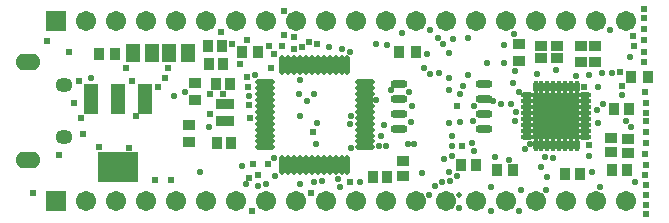
<source format=gbs>
%FSTAX23Y23*%
%MOIN*%
%SFA1B1*%

%IPPOS*%
%ADD36R,0.035600X0.043400*%
%ADD37R,0.041500X0.037500*%
%ADD41R,0.043400X0.035600*%
%ADD42R,0.037500X0.041500*%
%ADD54R,0.067100X0.067100*%
%ADD55C,0.067100*%
%ADD56O,0.082800X0.055200*%
%ADD57O,0.057200X0.049300*%
%ADD58C,0.023200*%
%ADD59C,0.023700*%
%ADD60C,0.019800*%
%ADD61C,0.027700*%
%ADD94O,0.019800X0.065100*%
%ADD95O,0.065100X0.019800*%
%ADD96O,0.057200X0.029700*%
%ADD97R,0.035600X0.039500*%
%ADD98R,0.039500X0.035600*%
%ADD99R,0.153700X0.153700*%
%ADD100O,0.017800X0.043400*%
%ADD101O,0.043400X0.017800*%
%ADD102R,0.045400X0.061100*%
%ADD103R,0.137900X0.102500*%
%ADD104R,0.047400X0.102500*%
%ADD105R,0.063100X0.037500*%
%LNpcb1-1*%
%LPD*%
G54D36*
X01447Y00613D03*
X01392D03*
X0222Y00528D03*
X02165D03*
X00921Y00611D03*
X00866D03*
X00445Y00607D03*
X0039D03*
G54D37*
X01864Y00591D03*
X01917D03*
X01864Y00633D03*
X01917D03*
X01403Y00249D03*
Y00198D03*
G54D41*
X01996Y00578D03*
Y00633D03*
X02044Y00578D03*
Y00633D03*
X01789Y00639D03*
Y00583D03*
X00711Y00508D03*
Y00453D03*
X00692Y00314D03*
Y00369D03*
G54D42*
X01995Y00207D03*
X01944D03*
X01769Y00218D03*
X01718D03*
X01597Y00237D03*
X01648D03*
X02157Y00421D03*
X02106D03*
X02151Y00218D03*
X021D03*
G54D54*
X00246Y00116D03*
Y00716D03*
G54D55*
X00346Y00116D03*
X00446D03*
X00546D03*
X00646D03*
X00746D03*
X00846D03*
X00946D03*
X01046D03*
X01146D03*
X01246D03*
X01346D03*
X01446D03*
X01546D03*
X01646D03*
X01746D03*
X01846D03*
X01946D03*
X02046D03*
X02146D03*
X00346Y00716D03*
X00446D03*
X00546D03*
X00646D03*
X00746D03*
X00846D03*
X00946D03*
X01046D03*
X01146D03*
X01246D03*
X01346D03*
X01446D03*
X01546D03*
X01646D03*
X01746D03*
X01846D03*
X01946D03*
X02046D03*
X02146D03*
G54D56*
X00155Y0058D03*
Y00251D03*
G54D57*
X00273Y00328D03*
Y00503D03*
G54D58*
X01879Y00153D03*
X01231Y00399D03*
X01778Y00383D03*
X01779Y00413D03*
X01621Y00537D03*
X01603Y005D03*
X01557Y00485D03*
X00911Y00537D03*
X00975Y00259D03*
X01363Y00486D03*
X01315Y00452D03*
X01429Y00379D03*
X01348Y00298D03*
X01323Y00298D03*
X0133Y00332D03*
X01228Y00372D03*
X01342Y00369D03*
X01158Y00628D03*
X012Y00622D03*
X01228Y00611D03*
X01468Y00209D03*
X01758Y00254D03*
X01712Y00262D03*
X00866Y00234D03*
X00363Y00526D03*
X02159Y00595D03*
X01187Y00189D03*
X01134Y00183D03*
X01229Y00293D03*
X01421Y00306D03*
X01522Y00659D03*
X01538Y00639D03*
X0157Y00656D03*
X01621Y00658D03*
X01557Y0061D03*
X01524Y00542D03*
X01483Y00607D03*
X01475Y00559D03*
X01424Y0048D03*
X01433Y00434D03*
X01558Y00526D03*
X01684Y00576D03*
X01494Y0054D03*
X01593Y00471D03*
X01593Y00378D03*
X0164Y00431D03*
X01741Y00636D03*
X01494Y00686D03*
X00758Y00362D03*
X0151Y00167D03*
X0154Y00257D03*
X0149Y00137D03*
X01535Y00179D03*
X01561Y00184D03*
X01556Y00211D03*
X01567Y00267D03*
X01635Y00309D03*
X01566Y00298D03*
Y00332D03*
X01639Y00283D03*
X01729Y00438D03*
X01704Y0045D03*
X01765Y0044D03*
X0179Y00479D03*
X01772Y0051D03*
X01637Y00383D03*
X02025Y00537D03*
X02054Y00496D03*
X02099Y00541D03*
X01865Y00228D03*
X01883Y00195D03*
X01904Y00259D03*
X01877Y00262D03*
X02024Y00265D03*
X0159Y00093D03*
X01696Y00162D03*
X01739Y00576D03*
X01059Y00519D03*
X01194Y00163D03*
X01811Y00289D03*
X01108Y00472D03*
X01798Y00153D03*
X01584Y002D03*
X01106Y00178D03*
X01261Y00179D03*
X01062Y004D03*
X01442Y00305D03*
X00676Y00479D03*
X0064Y00465D03*
X02071Y00439D03*
X02135Y0047D03*
X02163Y00361D03*
X01774Y00674D03*
X01982Y00534D03*
X01776Y00548D03*
X02052Y00419D03*
X01913Y00554D03*
X01557Y00375D03*
X01402Y00675D03*
X01351Y00635D03*
X01113Y00307D03*
X01057Y00474D03*
X01084Y00448D03*
X02035Y00214D03*
X02061Y00163D03*
X02054Y00375D03*
X00881Y00172D03*
X00948Y00173D03*
X00922Y00165D03*
X00978Y00199D03*
X01313Y00638D03*
X01117Y00375D03*
X02176Y0018D03*
X02094Y00687D03*
X02068Y00543D03*
X0185Y00538D03*
X01828Y00306D03*
X02146Y00383D03*
X01792Y00081D03*
X01696D03*
X0106Y00172D03*
X00728Y00214D03*
X00891Y00466D03*
G54D59*
X01042Y00621D03*
X00883Y0053D03*
X0109Y00646D03*
X01118Y00638D03*
X01002Y00631D03*
X00974Y00607D03*
X00955Y00238D03*
X00905Y00238D03*
X0063Y00185D03*
X00307Y00441D03*
X01583Y00431D03*
X00501Y00516D03*
X00886Y00495D03*
X00804Y00472D03*
X01602Y00299D03*
X01226Y00179D03*
X01105Y00345D03*
X01068Y00628D03*
X00957Y00631D03*
X0089Y00437D03*
X00798Y0068D03*
X00835Y0064D03*
X0048Y0056D03*
X00619Y00558D03*
X00609Y00527D03*
X00588Y00496D03*
X02133Y005D03*
X02127Y00546D03*
X02206Y00578D03*
X02213Y00237D03*
X02213Y00381D03*
X02025Y00302D03*
X02008Y00497D03*
X02172Y00666D03*
X02173Y00633D03*
X02213Y0041D03*
X02215Y00347D03*
X02215Y00137D03*
X02212Y00202D03*
Y00274D03*
X02207Y00757D03*
Y00726D03*
Y00688D03*
Y00653D03*
X02207Y00613D03*
X02212Y00478D03*
X02213Y00444D03*
X02215Y00072D03*
Y00103D03*
X02214Y00169D03*
X02215Y0031D03*
X00919Y00201D03*
X00325Y00517D03*
X00884Y00653D03*
X00861Y00572D03*
X01007Y00668D03*
X00965Y00558D03*
X01098Y00144D03*
X00889Y00193D03*
X009Y00083D03*
X0076Y00407D03*
X00893Y00393D03*
X01006Y00748D03*
X01039Y00661D03*
X00218Y0065D03*
X00292Y00614D03*
X00759Y00472D03*
X00578Y00187D03*
X0039Y00297D03*
X00489Y00292D03*
X00514Y00399D03*
X00171Y00141D03*
X00338Y00338D03*
X00257Y00268D03*
X00332Y00391D03*
G54D60*
X0159Y00135D03*
G54D61*
X01872Y004D03*
Y00356D03*
X01915Y00356D03*
X01958D03*
X01915Y00399D03*
X01958D03*
X01871Y00443D03*
X01915D03*
X01958D03*
G54D94*
X01002Y00237D03*
X01022D03*
X01041D03*
X01061D03*
X01081D03*
X011D03*
X0112D03*
X0114D03*
X01159D03*
X01179D03*
X01199D03*
X01218D03*
Y00569D03*
X01199D03*
X01179D03*
X01159D03*
X0114D03*
X0112D03*
X011D03*
X01081D03*
X01061D03*
X01041D03*
X01022D03*
X01002D03*
G54D95*
X01277Y00295D03*
Y00315D03*
Y00334D03*
Y00354D03*
Y00374D03*
Y00393D03*
Y00413D03*
Y00433D03*
Y00452D03*
Y00472D03*
Y00492D03*
Y00511D03*
X00944D03*
Y00492D03*
Y00472D03*
Y00452D03*
Y00433D03*
Y00413D03*
Y00393D03*
Y00374D03*
Y00354D03*
Y00334D03*
Y00315D03*
Y00295D03*
G54D96*
X01673Y00506D03*
Y00456D03*
Y00406D03*
Y00356D03*
X0139Y00506D03*
Y00456D03*
Y00406D03*
Y00356D03*
G54D97*
X00756Y00574D03*
X00803D03*
X01303Y00197D03*
X0135D03*
X00755Y00633D03*
X00802D03*
X00784Y0031D03*
X00831D03*
X00781Y00507D03*
X00828D03*
G54D98*
X02153Y00277D03*
Y00324D03*
X02096Y00327D03*
Y00279D03*
G54D99*
X01915Y00399D03*
G54D100*
X01983Y00497D03*
X01964D03*
X01944D03*
X01924D03*
X01905D03*
X01885D03*
X01865D03*
X01846D03*
Y00302D03*
X01865D03*
X01885D03*
X01905D03*
X01924D03*
X01944D03*
X01964D03*
X01983D03*
G54D101*
X01817Y00468D03*
Y00449D03*
Y00429D03*
Y00409D03*
Y0039D03*
Y0037D03*
Y0035D03*
Y0033D03*
X02012D03*
Y0035D03*
Y0037D03*
Y0039D03*
Y00409D03*
Y00429D03*
Y00449D03*
Y00468D03*
G54D102*
X00503Y00609D03*
X00566D03*
X00686D03*
X00623D03*
G54D103*
X00454Y00229D03*
G54D104*
X00545Y00457D03*
X00454D03*
X00364D03*
G54D105*
X0081Y00438D03*
Y00381D03*
M02*
</source>
